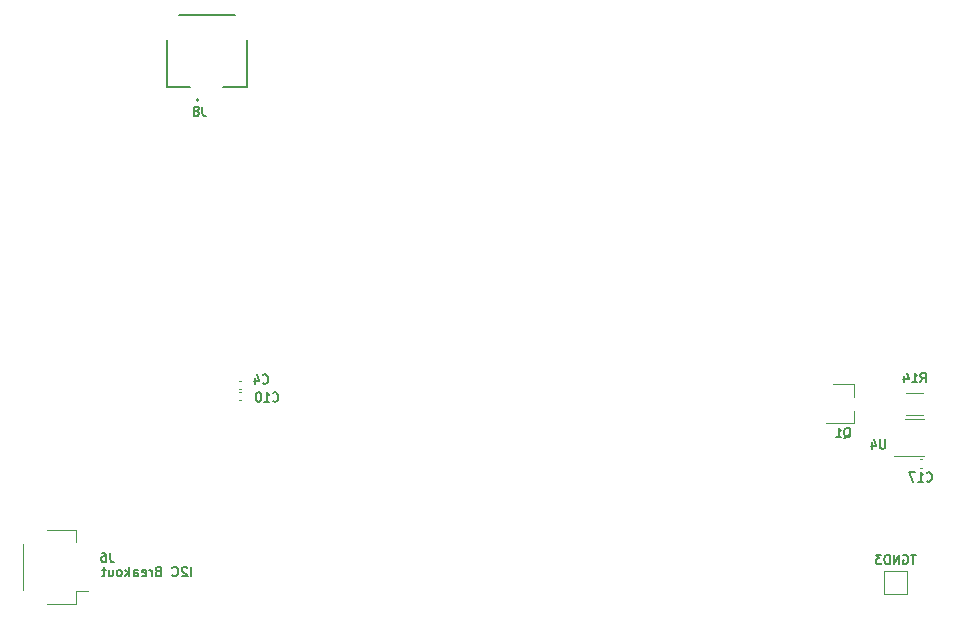
<source format=gbr>
%TF.GenerationSoftware,KiCad,Pcbnew,8.0.4*%
%TF.CreationDate,2024-09-09T11:17:31-04:00*%
%TF.ProjectId,payload_board_rev072,7061796c-6f61-4645-9f62-6f6172645f72,rev?*%
%TF.SameCoordinates,Original*%
%TF.FileFunction,Legend,Bot*%
%TF.FilePolarity,Positive*%
%FSLAX46Y46*%
G04 Gerber Fmt 4.6, Leading zero omitted, Abs format (unit mm)*
G04 Created by KiCad (PCBNEW 8.0.4) date 2024-09-09 11:17:31*
%MOMM*%
%LPD*%
G01*
G04 APERTURE LIST*
%ADD10C,0.150000*%
%ADD11C,0.120000*%
%ADD12C,0.127000*%
%ADD13C,0.200000*%
G04 APERTURE END LIST*
D10*
X33950839Y-96904295D02*
X33950839Y-96104295D01*
X33607983Y-96180485D02*
X33569887Y-96142390D01*
X33569887Y-96142390D02*
X33493697Y-96104295D01*
X33493697Y-96104295D02*
X33303221Y-96104295D01*
X33303221Y-96104295D02*
X33227030Y-96142390D01*
X33227030Y-96142390D02*
X33188935Y-96180485D01*
X33188935Y-96180485D02*
X33150840Y-96256676D01*
X33150840Y-96256676D02*
X33150840Y-96332866D01*
X33150840Y-96332866D02*
X33188935Y-96447152D01*
X33188935Y-96447152D02*
X33646078Y-96904295D01*
X33646078Y-96904295D02*
X33150840Y-96904295D01*
X32350839Y-96828104D02*
X32388935Y-96866200D01*
X32388935Y-96866200D02*
X32503220Y-96904295D01*
X32503220Y-96904295D02*
X32579411Y-96904295D01*
X32579411Y-96904295D02*
X32693697Y-96866200D01*
X32693697Y-96866200D02*
X32769887Y-96790009D01*
X32769887Y-96790009D02*
X32807982Y-96713819D01*
X32807982Y-96713819D02*
X32846078Y-96561438D01*
X32846078Y-96561438D02*
X32846078Y-96447152D01*
X32846078Y-96447152D02*
X32807982Y-96294771D01*
X32807982Y-96294771D02*
X32769887Y-96218580D01*
X32769887Y-96218580D02*
X32693697Y-96142390D01*
X32693697Y-96142390D02*
X32579411Y-96104295D01*
X32579411Y-96104295D02*
X32503220Y-96104295D01*
X32503220Y-96104295D02*
X32388935Y-96142390D01*
X32388935Y-96142390D02*
X32350839Y-96180485D01*
X31131792Y-96485247D02*
X31017506Y-96523342D01*
X31017506Y-96523342D02*
X30979411Y-96561438D01*
X30979411Y-96561438D02*
X30941315Y-96637628D01*
X30941315Y-96637628D02*
X30941315Y-96751914D01*
X30941315Y-96751914D02*
X30979411Y-96828104D01*
X30979411Y-96828104D02*
X31017506Y-96866200D01*
X31017506Y-96866200D02*
X31093696Y-96904295D01*
X31093696Y-96904295D02*
X31398458Y-96904295D01*
X31398458Y-96904295D02*
X31398458Y-96104295D01*
X31398458Y-96104295D02*
X31131792Y-96104295D01*
X31131792Y-96104295D02*
X31055601Y-96142390D01*
X31055601Y-96142390D02*
X31017506Y-96180485D01*
X31017506Y-96180485D02*
X30979411Y-96256676D01*
X30979411Y-96256676D02*
X30979411Y-96332866D01*
X30979411Y-96332866D02*
X31017506Y-96409057D01*
X31017506Y-96409057D02*
X31055601Y-96447152D01*
X31055601Y-96447152D02*
X31131792Y-96485247D01*
X31131792Y-96485247D02*
X31398458Y-96485247D01*
X30598458Y-96904295D02*
X30598458Y-96370961D01*
X30598458Y-96523342D02*
X30560363Y-96447152D01*
X30560363Y-96447152D02*
X30522268Y-96409057D01*
X30522268Y-96409057D02*
X30446077Y-96370961D01*
X30446077Y-96370961D02*
X30369887Y-96370961D01*
X29798458Y-96866200D02*
X29874649Y-96904295D01*
X29874649Y-96904295D02*
X30027030Y-96904295D01*
X30027030Y-96904295D02*
X30103220Y-96866200D01*
X30103220Y-96866200D02*
X30141316Y-96790009D01*
X30141316Y-96790009D02*
X30141316Y-96485247D01*
X30141316Y-96485247D02*
X30103220Y-96409057D01*
X30103220Y-96409057D02*
X30027030Y-96370961D01*
X30027030Y-96370961D02*
X29874649Y-96370961D01*
X29874649Y-96370961D02*
X29798458Y-96409057D01*
X29798458Y-96409057D02*
X29760363Y-96485247D01*
X29760363Y-96485247D02*
X29760363Y-96561438D01*
X29760363Y-96561438D02*
X30141316Y-96637628D01*
X29074649Y-96904295D02*
X29074649Y-96485247D01*
X29074649Y-96485247D02*
X29112744Y-96409057D01*
X29112744Y-96409057D02*
X29188935Y-96370961D01*
X29188935Y-96370961D02*
X29341316Y-96370961D01*
X29341316Y-96370961D02*
X29417506Y-96409057D01*
X29074649Y-96866200D02*
X29150840Y-96904295D01*
X29150840Y-96904295D02*
X29341316Y-96904295D01*
X29341316Y-96904295D02*
X29417506Y-96866200D01*
X29417506Y-96866200D02*
X29455602Y-96790009D01*
X29455602Y-96790009D02*
X29455602Y-96713819D01*
X29455602Y-96713819D02*
X29417506Y-96637628D01*
X29417506Y-96637628D02*
X29341316Y-96599533D01*
X29341316Y-96599533D02*
X29150840Y-96599533D01*
X29150840Y-96599533D02*
X29074649Y-96561438D01*
X28693696Y-96904295D02*
X28693696Y-96104295D01*
X28617506Y-96599533D02*
X28388934Y-96904295D01*
X28388934Y-96370961D02*
X28693696Y-96675723D01*
X27931792Y-96904295D02*
X28007982Y-96866200D01*
X28007982Y-96866200D02*
X28046077Y-96828104D01*
X28046077Y-96828104D02*
X28084173Y-96751914D01*
X28084173Y-96751914D02*
X28084173Y-96523342D01*
X28084173Y-96523342D02*
X28046077Y-96447152D01*
X28046077Y-96447152D02*
X28007982Y-96409057D01*
X28007982Y-96409057D02*
X27931792Y-96370961D01*
X27931792Y-96370961D02*
X27817506Y-96370961D01*
X27817506Y-96370961D02*
X27741315Y-96409057D01*
X27741315Y-96409057D02*
X27703220Y-96447152D01*
X27703220Y-96447152D02*
X27665125Y-96523342D01*
X27665125Y-96523342D02*
X27665125Y-96751914D01*
X27665125Y-96751914D02*
X27703220Y-96828104D01*
X27703220Y-96828104D02*
X27741315Y-96866200D01*
X27741315Y-96866200D02*
X27817506Y-96904295D01*
X27817506Y-96904295D02*
X27931792Y-96904295D01*
X26979410Y-96370961D02*
X26979410Y-96904295D01*
X27322267Y-96370961D02*
X27322267Y-96790009D01*
X27322267Y-96790009D02*
X27284172Y-96866200D01*
X27284172Y-96866200D02*
X27207982Y-96904295D01*
X27207982Y-96904295D02*
X27093696Y-96904295D01*
X27093696Y-96904295D02*
X27017505Y-96866200D01*
X27017505Y-96866200D02*
X26979410Y-96828104D01*
X26712743Y-96370961D02*
X26407981Y-96370961D01*
X26598457Y-96104295D02*
X26598457Y-96790009D01*
X26598457Y-96790009D02*
X26560362Y-96866200D01*
X26560362Y-96866200D02*
X26484172Y-96904295D01*
X26484172Y-96904295D02*
X26407981Y-96904295D01*
X40868143Y-82074104D02*
X40903857Y-82112200D01*
X40903857Y-82112200D02*
X41011000Y-82150295D01*
X41011000Y-82150295D02*
X41082428Y-82150295D01*
X41082428Y-82150295D02*
X41189571Y-82112200D01*
X41189571Y-82112200D02*
X41261000Y-82036009D01*
X41261000Y-82036009D02*
X41296714Y-81959819D01*
X41296714Y-81959819D02*
X41332428Y-81807438D01*
X41332428Y-81807438D02*
X41332428Y-81693152D01*
X41332428Y-81693152D02*
X41296714Y-81540771D01*
X41296714Y-81540771D02*
X41261000Y-81464580D01*
X41261000Y-81464580D02*
X41189571Y-81388390D01*
X41189571Y-81388390D02*
X41082428Y-81350295D01*
X41082428Y-81350295D02*
X41011000Y-81350295D01*
X41011000Y-81350295D02*
X40903857Y-81388390D01*
X40903857Y-81388390D02*
X40868143Y-81426485D01*
X40153857Y-82150295D02*
X40582428Y-82150295D01*
X40368143Y-82150295D02*
X40368143Y-81350295D01*
X40368143Y-81350295D02*
X40439571Y-81464580D01*
X40439571Y-81464580D02*
X40511000Y-81540771D01*
X40511000Y-81540771D02*
X40582428Y-81578866D01*
X39689571Y-81350295D02*
X39618142Y-81350295D01*
X39618142Y-81350295D02*
X39546714Y-81388390D01*
X39546714Y-81388390D02*
X39511000Y-81426485D01*
X39511000Y-81426485D02*
X39475285Y-81502676D01*
X39475285Y-81502676D02*
X39439571Y-81655057D01*
X39439571Y-81655057D02*
X39439571Y-81845533D01*
X39439571Y-81845533D02*
X39475285Y-81997914D01*
X39475285Y-81997914D02*
X39511000Y-82074104D01*
X39511000Y-82074104D02*
X39546714Y-82112200D01*
X39546714Y-82112200D02*
X39618142Y-82150295D01*
X39618142Y-82150295D02*
X39689571Y-82150295D01*
X39689571Y-82150295D02*
X39761000Y-82112200D01*
X39761000Y-82112200D02*
X39796714Y-82074104D01*
X39796714Y-82074104D02*
X39832428Y-81997914D01*
X39832428Y-81997914D02*
X39868142Y-81845533D01*
X39868142Y-81845533D02*
X39868142Y-81655057D01*
X39868142Y-81655057D02*
X39832428Y-81502676D01*
X39832428Y-81502676D02*
X39796714Y-81426485D01*
X39796714Y-81426485D02*
X39761000Y-81388390D01*
X39761000Y-81388390D02*
X39689571Y-81350295D01*
X34906199Y-57145395D02*
X34906199Y-57716823D01*
X34906199Y-57716823D02*
X34941914Y-57831109D01*
X34941914Y-57831109D02*
X35013342Y-57907300D01*
X35013342Y-57907300D02*
X35120485Y-57945395D01*
X35120485Y-57945395D02*
X35191914Y-57945395D01*
X34441913Y-57488252D02*
X34513342Y-57450157D01*
X34513342Y-57450157D02*
X34549056Y-57412061D01*
X34549056Y-57412061D02*
X34584770Y-57335871D01*
X34584770Y-57335871D02*
X34584770Y-57297776D01*
X34584770Y-57297776D02*
X34549056Y-57221585D01*
X34549056Y-57221585D02*
X34513342Y-57183490D01*
X34513342Y-57183490D02*
X34441913Y-57145395D01*
X34441913Y-57145395D02*
X34299056Y-57145395D01*
X34299056Y-57145395D02*
X34227628Y-57183490D01*
X34227628Y-57183490D02*
X34191913Y-57221585D01*
X34191913Y-57221585D02*
X34156199Y-57297776D01*
X34156199Y-57297776D02*
X34156199Y-57335871D01*
X34156199Y-57335871D02*
X34191913Y-57412061D01*
X34191913Y-57412061D02*
X34227628Y-57450157D01*
X34227628Y-57450157D02*
X34299056Y-57488252D01*
X34299056Y-57488252D02*
X34441913Y-57488252D01*
X34441913Y-57488252D02*
X34513342Y-57526347D01*
X34513342Y-57526347D02*
X34549056Y-57564442D01*
X34549056Y-57564442D02*
X34584770Y-57640633D01*
X34584770Y-57640633D02*
X34584770Y-57793014D01*
X34584770Y-57793014D02*
X34549056Y-57869204D01*
X34549056Y-57869204D02*
X34513342Y-57907300D01*
X34513342Y-57907300D02*
X34441913Y-57945395D01*
X34441913Y-57945395D02*
X34299056Y-57945395D01*
X34299056Y-57945395D02*
X34227628Y-57907300D01*
X34227628Y-57907300D02*
X34191913Y-57869204D01*
X34191913Y-57869204D02*
X34156199Y-57793014D01*
X34156199Y-57793014D02*
X34156199Y-57640633D01*
X34156199Y-57640633D02*
X34191913Y-57564442D01*
X34191913Y-57564442D02*
X34227628Y-57526347D01*
X34227628Y-57526347D02*
X34299056Y-57488252D01*
X92692628Y-85313095D02*
X92692628Y-85960714D01*
X92692628Y-85960714D02*
X92656914Y-86036904D01*
X92656914Y-86036904D02*
X92621200Y-86075000D01*
X92621200Y-86075000D02*
X92549771Y-86113095D01*
X92549771Y-86113095D02*
X92406914Y-86113095D01*
X92406914Y-86113095D02*
X92335485Y-86075000D01*
X92335485Y-86075000D02*
X92299771Y-86036904D01*
X92299771Y-86036904D02*
X92264057Y-85960714D01*
X92264057Y-85960714D02*
X92264057Y-85313095D01*
X91585486Y-85579761D02*
X91585486Y-86113095D01*
X91764057Y-85275000D02*
X91942628Y-85846428D01*
X91942628Y-85846428D02*
X91478343Y-85846428D01*
X40003000Y-80550104D02*
X40038714Y-80588200D01*
X40038714Y-80588200D02*
X40145857Y-80626295D01*
X40145857Y-80626295D02*
X40217285Y-80626295D01*
X40217285Y-80626295D02*
X40324428Y-80588200D01*
X40324428Y-80588200D02*
X40395857Y-80512009D01*
X40395857Y-80512009D02*
X40431571Y-80435819D01*
X40431571Y-80435819D02*
X40467285Y-80283438D01*
X40467285Y-80283438D02*
X40467285Y-80169152D01*
X40467285Y-80169152D02*
X40431571Y-80016771D01*
X40431571Y-80016771D02*
X40395857Y-79940580D01*
X40395857Y-79940580D02*
X40324428Y-79864390D01*
X40324428Y-79864390D02*
X40217285Y-79826295D01*
X40217285Y-79826295D02*
X40145857Y-79826295D01*
X40145857Y-79826295D02*
X40038714Y-79864390D01*
X40038714Y-79864390D02*
X40003000Y-79902485D01*
X39360143Y-80092961D02*
X39360143Y-80626295D01*
X39538714Y-79788200D02*
X39717285Y-80359628D01*
X39717285Y-80359628D02*
X39253000Y-80359628D01*
X95702143Y-80499695D02*
X95952143Y-80118742D01*
X96130714Y-80499695D02*
X96130714Y-79699695D01*
X96130714Y-79699695D02*
X95845000Y-79699695D01*
X95845000Y-79699695D02*
X95773571Y-79737790D01*
X95773571Y-79737790D02*
X95737857Y-79775885D01*
X95737857Y-79775885D02*
X95702143Y-79852076D01*
X95702143Y-79852076D02*
X95702143Y-79966361D01*
X95702143Y-79966361D02*
X95737857Y-80042552D01*
X95737857Y-80042552D02*
X95773571Y-80080647D01*
X95773571Y-80080647D02*
X95845000Y-80118742D01*
X95845000Y-80118742D02*
X96130714Y-80118742D01*
X94987857Y-80499695D02*
X95416428Y-80499695D01*
X95202143Y-80499695D02*
X95202143Y-79699695D01*
X95202143Y-79699695D02*
X95273571Y-79813980D01*
X95273571Y-79813980D02*
X95345000Y-79890171D01*
X95345000Y-79890171D02*
X95416428Y-79928266D01*
X94345000Y-79966361D02*
X94345000Y-80499695D01*
X94523571Y-79661600D02*
X94702142Y-80233028D01*
X94702142Y-80233028D02*
X94237857Y-80233028D01*
X95294285Y-95097295D02*
X94865714Y-95097295D01*
X95079999Y-95897295D02*
X95079999Y-95097295D01*
X94222856Y-95135390D02*
X94294285Y-95097295D01*
X94294285Y-95097295D02*
X94401427Y-95097295D01*
X94401427Y-95097295D02*
X94508570Y-95135390D01*
X94508570Y-95135390D02*
X94579999Y-95211580D01*
X94579999Y-95211580D02*
X94615713Y-95287771D01*
X94615713Y-95287771D02*
X94651427Y-95440152D01*
X94651427Y-95440152D02*
X94651427Y-95554438D01*
X94651427Y-95554438D02*
X94615713Y-95706819D01*
X94615713Y-95706819D02*
X94579999Y-95783009D01*
X94579999Y-95783009D02*
X94508570Y-95859200D01*
X94508570Y-95859200D02*
X94401427Y-95897295D01*
X94401427Y-95897295D02*
X94329999Y-95897295D01*
X94329999Y-95897295D02*
X94222856Y-95859200D01*
X94222856Y-95859200D02*
X94187142Y-95821104D01*
X94187142Y-95821104D02*
X94187142Y-95554438D01*
X94187142Y-95554438D02*
X94329999Y-95554438D01*
X93865713Y-95897295D02*
X93865713Y-95097295D01*
X93865713Y-95097295D02*
X93437142Y-95897295D01*
X93437142Y-95897295D02*
X93437142Y-95097295D01*
X93079999Y-95897295D02*
X93079999Y-95097295D01*
X93079999Y-95097295D02*
X92901428Y-95097295D01*
X92901428Y-95097295D02*
X92794285Y-95135390D01*
X92794285Y-95135390D02*
X92722856Y-95211580D01*
X92722856Y-95211580D02*
X92687142Y-95287771D01*
X92687142Y-95287771D02*
X92651428Y-95440152D01*
X92651428Y-95440152D02*
X92651428Y-95554438D01*
X92651428Y-95554438D02*
X92687142Y-95706819D01*
X92687142Y-95706819D02*
X92722856Y-95783009D01*
X92722856Y-95783009D02*
X92794285Y-95859200D01*
X92794285Y-95859200D02*
X92901428Y-95897295D01*
X92901428Y-95897295D02*
X93079999Y-95897295D01*
X92401428Y-95097295D02*
X91937142Y-95097295D01*
X91937142Y-95097295D02*
X92187142Y-95402057D01*
X92187142Y-95402057D02*
X92079999Y-95402057D01*
X92079999Y-95402057D02*
X92008571Y-95440152D01*
X92008571Y-95440152D02*
X91972856Y-95478247D01*
X91972856Y-95478247D02*
X91937142Y-95554438D01*
X91937142Y-95554438D02*
X91937142Y-95744914D01*
X91937142Y-95744914D02*
X91972856Y-95821104D01*
X91972856Y-95821104D02*
X92008571Y-95859200D01*
X92008571Y-95859200D02*
X92079999Y-95897295D01*
X92079999Y-95897295D02*
X92294285Y-95897295D01*
X92294285Y-95897295D02*
X92365713Y-95859200D01*
X92365713Y-95859200D02*
X92401428Y-95821104D01*
X89225428Y-85234485D02*
X89296857Y-85196390D01*
X89296857Y-85196390D02*
X89368285Y-85120200D01*
X89368285Y-85120200D02*
X89475428Y-85005914D01*
X89475428Y-85005914D02*
X89546857Y-84967819D01*
X89546857Y-84967819D02*
X89618285Y-84967819D01*
X89582571Y-85158295D02*
X89654000Y-85120200D01*
X89654000Y-85120200D02*
X89725428Y-85044009D01*
X89725428Y-85044009D02*
X89761142Y-84891628D01*
X89761142Y-84891628D02*
X89761142Y-84624961D01*
X89761142Y-84624961D02*
X89725428Y-84472580D01*
X89725428Y-84472580D02*
X89654000Y-84396390D01*
X89654000Y-84396390D02*
X89582571Y-84358295D01*
X89582571Y-84358295D02*
X89439714Y-84358295D01*
X89439714Y-84358295D02*
X89368285Y-84396390D01*
X89368285Y-84396390D02*
X89296857Y-84472580D01*
X89296857Y-84472580D02*
X89261142Y-84624961D01*
X89261142Y-84624961D02*
X89261142Y-84891628D01*
X89261142Y-84891628D02*
X89296857Y-85044009D01*
X89296857Y-85044009D02*
X89368285Y-85120200D01*
X89368285Y-85120200D02*
X89439714Y-85158295D01*
X89439714Y-85158295D02*
X89582571Y-85158295D01*
X88546857Y-85158295D02*
X88975428Y-85158295D01*
X88761143Y-85158295D02*
X88761143Y-84358295D01*
X88761143Y-84358295D02*
X88832571Y-84472580D01*
X88832571Y-84472580D02*
X88904000Y-84548771D01*
X88904000Y-84548771D02*
X88975428Y-84586866D01*
X27099999Y-94912295D02*
X27099999Y-95483723D01*
X27099999Y-95483723D02*
X27135714Y-95598009D01*
X27135714Y-95598009D02*
X27207142Y-95674200D01*
X27207142Y-95674200D02*
X27314285Y-95712295D01*
X27314285Y-95712295D02*
X27385714Y-95712295D01*
X26421428Y-94912295D02*
X26564285Y-94912295D01*
X26564285Y-94912295D02*
X26635713Y-94950390D01*
X26635713Y-94950390D02*
X26671428Y-94988485D01*
X26671428Y-94988485D02*
X26742856Y-95102771D01*
X26742856Y-95102771D02*
X26778570Y-95255152D01*
X26778570Y-95255152D02*
X26778570Y-95559914D01*
X26778570Y-95559914D02*
X26742856Y-95636104D01*
X26742856Y-95636104D02*
X26707142Y-95674200D01*
X26707142Y-95674200D02*
X26635713Y-95712295D01*
X26635713Y-95712295D02*
X26492856Y-95712295D01*
X26492856Y-95712295D02*
X26421428Y-95674200D01*
X26421428Y-95674200D02*
X26385713Y-95636104D01*
X26385713Y-95636104D02*
X26349999Y-95559914D01*
X26349999Y-95559914D02*
X26349999Y-95369438D01*
X26349999Y-95369438D02*
X26385713Y-95293247D01*
X26385713Y-95293247D02*
X26421428Y-95255152D01*
X26421428Y-95255152D02*
X26492856Y-95217057D01*
X26492856Y-95217057D02*
X26635713Y-95217057D01*
X26635713Y-95217057D02*
X26707142Y-95255152D01*
X26707142Y-95255152D02*
X26742856Y-95293247D01*
X26742856Y-95293247D02*
X26778570Y-95369438D01*
X96212143Y-88822104D02*
X96247857Y-88860200D01*
X96247857Y-88860200D02*
X96355000Y-88898295D01*
X96355000Y-88898295D02*
X96426428Y-88898295D01*
X96426428Y-88898295D02*
X96533571Y-88860200D01*
X96533571Y-88860200D02*
X96605000Y-88784009D01*
X96605000Y-88784009D02*
X96640714Y-88707819D01*
X96640714Y-88707819D02*
X96676428Y-88555438D01*
X96676428Y-88555438D02*
X96676428Y-88441152D01*
X96676428Y-88441152D02*
X96640714Y-88288771D01*
X96640714Y-88288771D02*
X96605000Y-88212580D01*
X96605000Y-88212580D02*
X96533571Y-88136390D01*
X96533571Y-88136390D02*
X96426428Y-88098295D01*
X96426428Y-88098295D02*
X96355000Y-88098295D01*
X96355000Y-88098295D02*
X96247857Y-88136390D01*
X96247857Y-88136390D02*
X96212143Y-88174485D01*
X95497857Y-88898295D02*
X95926428Y-88898295D01*
X95712143Y-88898295D02*
X95712143Y-88098295D01*
X95712143Y-88098295D02*
X95783571Y-88212580D01*
X95783571Y-88212580D02*
X95855000Y-88288771D01*
X95855000Y-88288771D02*
X95926428Y-88326866D01*
X95247857Y-88098295D02*
X94747857Y-88098295D01*
X94747857Y-88098295D02*
X95069285Y-88898295D01*
D11*
%TO.C,C10*%
X37962164Y-81290000D02*
X38177836Y-81290000D01*
X37962164Y-82010000D02*
X38177836Y-82010000D01*
D12*
%TO.C,J8*%
X31906200Y-51548100D02*
X31906200Y-55498100D01*
X31906200Y-55498100D02*
X33881200Y-55498100D01*
X36681200Y-55498100D02*
X38656200Y-55498100D01*
X37681200Y-49398100D02*
X32881200Y-49398100D01*
X38656200Y-55498100D02*
X38656200Y-51548100D01*
D13*
X34581200Y-56598100D02*
G75*
G02*
X34381200Y-56598100I-100000J0D01*
G01*
X34381200Y-56598100D02*
G75*
G02*
X34581200Y-56598100I100000J0D01*
G01*
D11*
%TO.C,U4*%
X95220000Y-83632000D02*
X94420000Y-83632000D01*
X95220000Y-83632000D02*
X96020000Y-83632000D01*
X95220000Y-86752000D02*
X93420000Y-86752000D01*
X95220000Y-86752000D02*
X96020000Y-86752000D01*
%TO.C,C4*%
X38177836Y-80365000D02*
X37962164Y-80365000D01*
X38177836Y-81085000D02*
X37962164Y-81085000D01*
%TO.C,R14*%
X94492936Y-81411800D02*
X95947064Y-81411800D01*
X94492936Y-83231800D02*
X95947064Y-83231800D01*
%TO.C,TGND3*%
X92630000Y-96490000D02*
X94530000Y-96490000D01*
X92630000Y-98390000D02*
X92630000Y-96490000D01*
X94530000Y-96490000D02*
X94530000Y-98390000D01*
X94530000Y-98390000D02*
X92630000Y-98390000D01*
%TO.C,Q1*%
X90104000Y-80646000D02*
X88304000Y-80646000D01*
X90104000Y-81696000D02*
X90104000Y-80646000D01*
X90104000Y-82896000D02*
X90104000Y-83946000D01*
X90104000Y-83946000D02*
X87704000Y-83946000D01*
%TO.C,J6*%
X19755000Y-94170000D02*
X19755000Y-98050000D01*
X24225000Y-93000000D02*
X21725000Y-93000000D01*
X24225000Y-94050000D02*
X24225000Y-93000000D01*
X24225000Y-98170000D02*
X24225000Y-99220000D01*
X24225000Y-99220000D02*
X21725000Y-99220000D01*
X25215000Y-98170000D02*
X24225000Y-98170000D01*
%TO.C,C17*%
X95622164Y-87016000D02*
X95837836Y-87016000D01*
X95622164Y-87736000D02*
X95837836Y-87736000D01*
%TD*%
M02*

</source>
